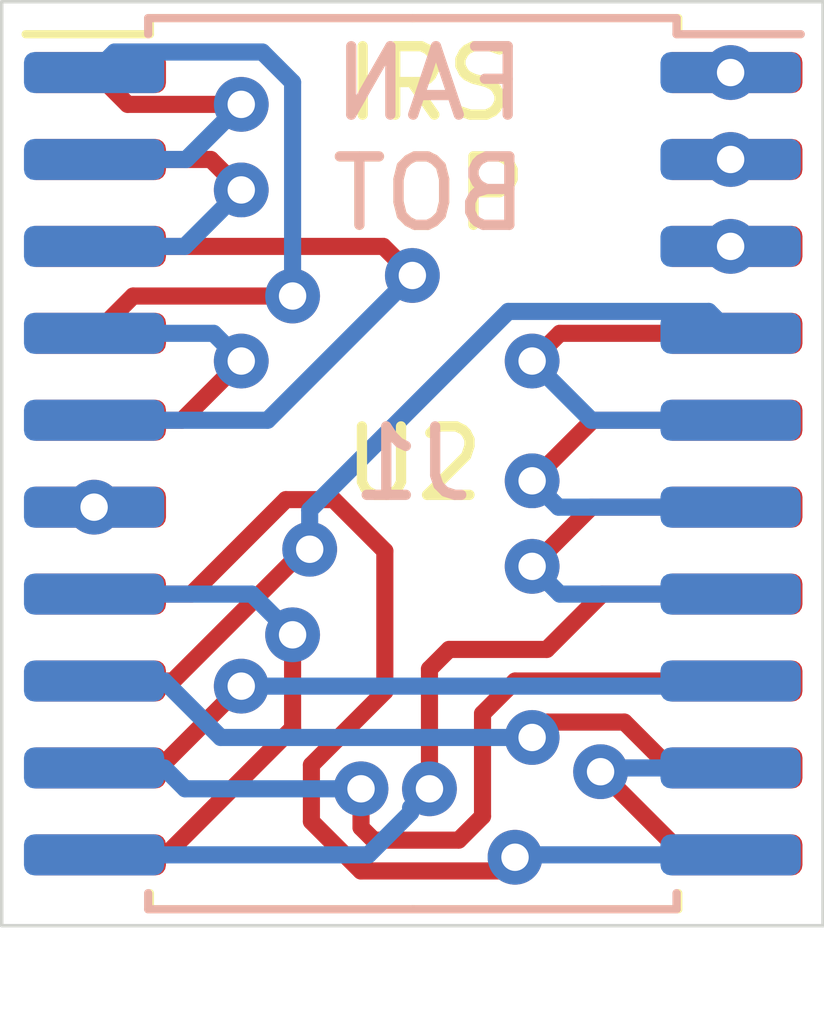
<source format=kicad_pcb>
(kicad_pcb (version 20221018) (generator pcbnew)
  (layers (0 "F.Cu" signal) (31 "B.Cu" signal) (34 "B.Paste" user) (35 "F.Paste" user) (36 "B.SilkS" user "B.Silkscreen") (37 "F.SilkS" user "F.Silkscreen") (38 "B.Mask" user) (39 "F.Mask" user) (44 "Edge.Cuts" user))
  (net 0 "")
  (net 1 "/HI1")
  (net 2 "/LI1")
  (net 3 "/HI2")
  (net 4 "/LI2")
  (net 5 "/HI3")
  (net 6 "/LI3")
  (net 7 "/LO3")
  (net 8 "/VS3")
  (net 9 "/HO3")
  (net 10 "/VB3")
  (net 11 "GND")
  (net 12 "VCC")
  (net 13 "/LO2")
  (net 14 "/VS2")
  (net 15 "/HO2")
  (net 16 "/VB2")
  (net 17 "/LO1")
  (net 18 "/VS1")
  (net 19 "/HO1")
  (net 20 "/VB1")
  (footprint "Package_SO:SOIC-20W_7.5x12.8mm_P1.27mm" (layer "F.Cu") (at 201.775001 124.5)
    (fp_text reference "U2" (at 0 0) (layer "F.SilkS"))
    (fp_text value "IRS2334S")
    (fp_line (start -3.86 -6.51) (end -3.86 -6.275) (stroke (width 0.12)) (layer "F.SilkS"))
    (fp_line (start -3.86 -6.275) (end -5.675 -6.275) (stroke (width 0.12)) (layer "F.SilkS"))
    (fp_line (start -3.86 6.51) (end -3.86 6.275) (stroke (width 0.12)) (layer "F.SilkS"))
    (fp_line (start 0 -6.51) (end -3.86 -6.51) (stroke (width 0.12)) (layer "F.SilkS"))
    (fp_line (start 0 -6.51) (end 3.86 -6.51) (stroke (width 0.12)) (layer "F.SilkS"))
    (fp_line (start 0 6.51) (end -3.86 6.51) (stroke (width 0.12)) (layer "F.SilkS"))
    (fp_line (start 0 6.51) (end 3.86 6.51) (stroke (width 0.12)) (layer "F.SilkS"))
    (fp_line (start 3.86 -6.51) (end 3.86 -6.275) (stroke (width 0.12)) (layer "F.SilkS"))
    (fp_line (start 3.86 6.51) (end 3.86 6.275) (stroke (width 0.12)) (layer "F.SilkS"))
    (pad "1" smd roundrect (at -4.65 -5.715) (size 2.05 0.6) (layers "F.Cu" "F.Paste" "F.Mask") (net 2 "/LI1"))
    (pad "2" smd roundrect (at -4.65 -4.445) (size 2.05 0.6) (layers "F.Cu" "F.Paste" "F.Mask") (net 3 "/HI2"))
    (pad "3" smd roundrect (at -4.65 -3.175) (size 2.05 0.6) (layers "F.Cu" "F.Paste" "F.Mask") (net 5 "/HI3"))
    (pad "4" smd roundrect (at -4.65 -1.905) (size 2.05 0.6) (layers "F.Cu" "F.Paste" "F.Mask") (net 1 "/HI1"))
    (pad "5" smd roundrect (at -4.65 -0.635) (size 2.05 0.6) (layers "F.Cu" "F.Paste" "F.Mask") (net 4 "/LI2"))
    (pad "6" smd roundrect (at -4.65 0.635) (size 2.05 0.6) (layers "F.Cu" "F.Paste" "F.Mask") (net 6 "/LI3"))
    (pad "7" smd roundrect (at -4.65 1.905) (size 2.05 0.6) (layers "F.Cu" "F.Paste" "F.Mask") (net 11 "GND"))
    (pad "8" smd roundrect (at -4.65 3.175) (size 2.05 0.6) (layers "F.Cu" "F.Paste" "F.Mask") (net 17 "/LO1"))
    (pad "9" smd roundrect (at -4.65 4.445) (size 2.05 0.6) (layers "F.Cu" "F.Paste" "F.Mask") (net 13 "/LO2"))
    (pad "10" smd roundrect (at -4.65 5.715) (size 2.05 0.6) (layers "F.Cu" "F.Paste" "F.Mask") (net 7 "/LO3"))
    (pad "11" smd roundrect (at 4.65 5.715) (size 2.05 0.6) (layers "F.Cu" "F.Paste" "F.Mask") (net 12 "VCC"))
    (pad "12" smd roundrect (at 4.65 4.445) (size 2.05 0.6) (layers "F.Cu" "F.Paste" "F.Mask") (net 8 "/VS3"))
    (pad "13" smd roundrect (at 4.65 3.175) (size 2.05 0.6) (layers "F.Cu" "F.Paste" "F.Mask") (net 9 "/HO3"))
    (pad "14" smd roundrect (at 4.65 1.905) (size 2.05 0.6) (layers "F.Cu" "F.Paste" "F.Mask") (net 10 "/VB3"))
    (pad "15" smd roundrect (at 4.65 0.635) (size 2.05 0.6) (layers "F.Cu" "F.Paste" "F.Mask") (net 14 "/VS2"))
    (pad "16" smd roundrect (at 4.65 -0.635) (size 2.05 0.6) (layers "F.Cu" "F.Paste" "F.Mask") (net 15 "/HO2"))
    (pad "17" smd roundrect (at 4.65 -1.905) (size 2.05 0.6) (layers "F.Cu" "F.Paste" "F.Mask") (net 16 "/VB2"))
    (pad "18" smd roundrect (at 4.65 -3.175) (size 2.05 0.6) (layers "F.Cu" "F.Paste" "F.Mask") (net 18 "/VS1"))
    (pad "19" smd roundrect (at 4.65 -4.445) (size 2.05 0.6) (layers "F.Cu" "F.Paste" "F.Mask") (net 19 "/HO1"))
    (pad "20" smd roundrect (at 4.65 -5.715) (size 2.05 0.6) (layers "F.Cu" "F.Paste" "F.Mask") (net 20 "/VB1"))
  )
  (footprint "Package_SO:SOIC-20W_7.5x12.8mm_P1.27mm" (layer "B.Cu") (at 201.75 124.5 180)
    (fp_text reference "J1" (at 0 0) (layer "B.SilkS") (effects (justify mirror)))
    (fp_text value "Conn_01x20")
    (fp_line (start -3.86 -6.51) (end -3.86 -6.275) (stroke (width 0.12)) (layer "B.SilkS"))
    (fp_line (start -3.86 6.275) (end -5.675 6.275) (stroke (width 0.12)) (layer "B.SilkS"))
    (fp_line (start -3.86 6.51) (end -3.86 6.275) (stroke (width 0.12)) (layer "B.SilkS"))
    (fp_line (start 0 -6.51) (end -3.86 -6.51) (stroke (width 0.12)) (layer "B.SilkS"))
    (fp_line (start 0 -6.51) (end 3.86 -6.51) (stroke (width 0.12)) (layer "B.SilkS"))
    (fp_line (start 0 6.51) (end -3.86 6.51) (stroke (width 0.12)) (layer "B.SilkS"))
    (fp_line (start 0 6.51) (end 3.86 6.51) (stroke (width 0.12)) (layer "B.SilkS"))
    (fp_line (start 3.86 -6.51) (end 3.86 -6.275) (stroke (width 0.12)) (layer "B.SilkS"))
    (fp_line (start 3.86 6.51) (end 3.86 6.275) (stroke (width 0.12)) (layer "B.SilkS"))
    (pad "1" smd roundrect (at -4.65 5.715 180) (size 2.05 0.6) (layers "B.Cu" "B.Paste" "B.Mask") (net 20 "/VB1"))
    (pad "2" smd roundrect (at -4.65 4.445 180) (size 2.05 0.6) (layers "B.Cu" "B.Paste" "B.Mask") (net 19 "/HO1"))
    (pad "3" smd roundrect (at -4.65 3.175 180) (size 2.05 0.6) (layers "B.Cu" "B.Paste" "B.Mask") (net 18 "/VS1"))
    (pad "4" smd roundrect (at -4.65 1.905 180) (size 2.05 0.6) (layers "B.Cu" "B.Paste" "B.Mask") (net 17 "/LO1"))
    (pad "5" smd roundrect (at -4.65 0.635 180) (size 2.05 0.6) (layers "B.Cu" "B.Paste" "B.Mask") (net 16 "/VB2"))
    (pad "6" smd roundrect (at -4.65 -0.635 180) (size 2.05 0.6) (layers "B.Cu" "B.Paste" "B.Mask") (net 15 "/HO2"))
    (pad "7" smd roundrect (at -4.65 -1.905 180) (size 2.05 0.6) (layers "B.Cu" "B.Paste" "B.Mask") (net 14 "/VS2"))
    (pad "8" smd roundrect (at -4.65 -3.175 180) (size 2.05 0.6) (layers "B.Cu" "B.Paste" "B.Mask") (net 13 "/LO2"))
    (pad "9" smd roundrect (at -4.65 -4.445 180) (size 2.05 0.6) (layers "B.Cu" "B.Paste" "B.Mask") (net 12 "VCC"))
    (pad "10" smd roundrect (at -4.65 -5.715 180) (size 2.05 0.6) (layers "B.Cu" "B.Paste" "B.Mask") (net 11 "GND"))
    (pad "11" smd roundrect (at 4.65 -5.715 180) (size 2.05 0.6) (layers "B.Cu" "B.Paste" "B.Mask") (net 10 "/VB3"))
    (pad "12" smd roundrect (at 4.65 -4.445 180) (size 2.05 0.6) (layers "B.Cu" "B.Paste" "B.Mask") (net 9 "/HO3"))
    (pad "13" smd roundrect (at 4.65 -3.175 180) (size 2.05 0.6) (layers "B.Cu" "B.Paste" "B.Mask") (net 8 "/VS3"))
    (pad "14" smd roundrect (at 4.65 -1.905 180) (size 2.05 0.6) (layers "B.Cu" "B.Paste" "B.Mask") (net 7 "/LO3"))
    (pad "15" smd roundrect (at 4.65 -0.635 180) (size 2.05 0.6) (layers "B.Cu" "B.Paste" "B.Mask") (net 6 "/LI3"))
    (pad "16" smd roundrect (at 4.65 0.635 180) (size 2.05 0.6) (layers "B.Cu" "B.Paste" "B.Mask") (net 5 "/HI3"))
    (pad "17" smd roundrect (at 4.65 1.905 180) (size 2.05 0.6) (layers "B.Cu" "B.Paste" "B.Mask") (net 4 "/LI2"))
    (pad "18" smd roundrect (at 4.65 3.175 180) (size 2.05 0.6) (layers "B.Cu" "B.Paste" "B.Mask") (net 3 "/HI2"))
    (pad "19" smd roundrect (at 4.65 4.445 180) (size 2.05 0.6) (layers "B.Cu" "B.Paste" "B.Mask") (net 2 "/LI1"))
    (pad "20" smd roundrect (at 4.65 5.715 180) (size 2.05 0.6) (layers "B.Cu" "B.Paste" "B.Mask") (net 1 "/HI1"))
  )
  (gr_line (start 195.75 117.75) (end 195.75 131.25) (stroke (width 0.05)) (layer "Edge.Cuts"))
  (gr_line (start 207.75 131.25) (end 207.75 117.75) (stroke (width 0.05)) (layer "Edge.Cuts"))
  (gr_line (start 195.75 131.25) (end 207.75 131.25) (stroke (width 0.05)) (layer "Edge.Cuts"))
  (gr_line (start 207.75 117.75) (end 195.75 117.75) (stroke (width 0.05)) (layer "Edge.Cuts"))
  (gr_text "FAN\nBOT" (at 202 119.75) (layer "B.SilkS") (effects (font (size 1 1)) (justify mirror)))
  (gr_text "IRS\nTOP" (at 202 119.75) (layer "F.SilkS") (effects (font (size 1 1))))
  (segment (start 197.670001 122.05) (end 197.125001 122.595) (width 0.25) (layer "F.Cu") (net 1))
  (segment (start 200 122.05) (end 197.670001 122.05) (width 0.25) (layer "F.Cu") (net 1))
  (via (at 200 122.05) (size 0.8) (drill 0.4) (layers "F.Cu" "B.Cu") (net 1))
  (segment (start 197.4 118.485) (end 199.558002 118.485) (width 0.25) (layer "B.Cu") (net 1))
  (segment (start 199.558002 118.485) (end 200 118.926998) (width 0.25) (layer "B.Cu") (net 1))
  (segment (start 197.1 118.785) (end 197.4 118.485) (width 0.25) (layer "B.Cu") (net 1))
  (segment (start 200 118.926998) (end 200 122.05) (width 0.25) (layer "B.Cu") (net 1))
  (segment (start 199.25 119.25) (end 197.590001 119.25) (width 0.25) (layer "F.Cu") (net 2))
  (segment (start 197.590001 119.25) (end 197.125001 118.785) (width 0.25) (layer "F.Cu") (net 2))
  (via (at 199.25 119.25) (size 0.8) (drill 0.4) (layers "F.Cu" "B.Cu") (net 2))
  (segment (start 197.1 120.055) (end 198.445 120.055) (width 0.25) (layer "B.Cu") (net 2))
  (segment (start 198.445 120.055) (end 199.25 119.25) (width 0.25) (layer "B.Cu") (net 2))
  (segment (start 198.805 120.055) (end 199.25 120.5) (width 0.25) (layer "F.Cu") (net 3))
  (segment (start 197.125001 120.055) (end 198.805 120.055) (width 0.25) (layer "F.Cu") (net 3))
  (via (at 199.25 120.5) (size 0.8) (drill 0.4) (layers "F.Cu" "B.Cu") (net 3))
  (segment (start 199.25 120.5) (end 198.425 121.325) (width 0.25) (layer "B.Cu") (net 3))
  (segment (start 198.425 121.325) (end 197.1 121.325) (width 0.25) (layer "B.Cu") (net 3))
  (segment (start 198.385 123.865) (end 197.125001 123.865) (width 0.25) (layer "F.Cu") (net 4))
  (segment (start 199.25 123) (end 198.385 123.865) (width 0.25) (layer "F.Cu") (net 4))
  (via (at 199.25 123) (size 0.8) (drill 0.4) (layers "F.Cu" "B.Cu") (net 4))
  (segment (start 197.1 122.595) (end 198.845 122.595) (width 0.25) (layer "B.Cu") (net 4))
  (segment (start 198.845 122.595) (end 199.25 123) (width 0.25) (layer "B.Cu") (net 4))
  (segment (start 201.325 121.325) (end 197.125001 121.325) (width 0.25) (layer "F.Cu") (net 5))
  (segment (start 201.75 121.75) (end 201.325 121.325) (width 0.25) (layer "F.Cu") (net 5))
  (via (at 201.75 121.75) (size 0.8) (drill 0.4) (layers "F.Cu" "B.Cu") (net 5))
  (segment (start 199.635 123.865) (end 201.75 121.75) (width 0.25) (layer "B.Cu") (net 5))
  (segment (start 197.1 123.865) (end 199.635 123.865) (width 0.25) (layer "B.Cu") (net 5))
  (segment (start 197.125001 125.135) (end 197.1 125.135) (width 0.25) (layer "F.Cu") (net 6))
  (via (at 197.1 125.135) (size 0.8) (drill 0.4) (layers "F.Cu" "B.Cu") (net 6))
  (segment (start 200 127) (end 200 128.365001) (width 0.25) (layer "F.Cu") (net 7))
  (segment (start 200 128.365001) (end 198.150001 130.215) (width 0.25) (layer "F.Cu") (net 7))
  (segment (start 198.150001 130.215) (end 197.125001 130.215) (width 0.25) (layer "F.Cu") (net 7))
  (via (at 200 127) (size 0.8) (drill 0.4) (layers "F.Cu" "B.Cu") (net 7))
  (segment (start 199.405 126.405) (end 200 127) (width 0.25) (layer "B.Cu") (net 7))
  (segment (start 197.1 126.405) (end 199.405 126.405) (width 0.25) (layer "B.Cu") (net 7))
  (segment (start 204.848001 128.274999) (end 203.725001 128.274999) (width 0.25) (layer "F.Cu") (net 8))
  (segment (start 203.725001 128.274999) (end 203.5 128.5) (width 0.25) (layer "F.Cu") (net 8))
  (segment (start 205.518002 128.945) (end 204.848001 128.274999) (width 0.25) (layer "F.Cu") (net 8))
  (segment (start 206.425001 128.945) (end 205.518002 128.945) (width 0.25) (layer "F.Cu") (net 8))
  (via (at 203.5 128.5) (size 0.8) (drill 0.4) (layers "F.Cu" "B.Cu") (net 8))
  (segment (start 198.95 128.5) (end 198.125 127.675) (width 0.25) (layer "B.Cu") (net 8))
  (segment (start 198.125 127.675) (end 197.1 127.675) (width 0.25) (layer "B.Cu") (net 8))
  (segment (start 203.5 128.5) (end 198.95 128.5) (width 0.25) (layer "B.Cu") (net 8))
  (segment (start 202.426998 130) (end 202.774999 129.651999) (width 0.25) (layer "F.Cu") (net 9))
  (segment (start 201 129.25) (end 201 129.815685) (width 0.25) (layer "F.Cu") (net 9))
  (segment (start 203.251998 127.675) (end 206.425001 127.675) (width 0.25) (layer "F.Cu") (net 9))
  (segment (start 202.774999 129.651999) (end 202.774999 128.151999) (width 0.25) (layer "F.Cu") (net 9))
  (segment (start 201.184315 130) (end 202.426998 130) (width 0.25) (layer "F.Cu") (net 9))
  (segment (start 201 129.815685) (end 201.184315 130) (width 0.25) (layer "F.Cu") (net 9))
  (segment (start 202.774999 128.151999) (end 203.251998 127.675) (width 0.25) (layer "F.Cu") (net 9))
  (via (at 201 129.25) (size 0.8) (drill 0.4) (layers "F.Cu" "B.Cu") (net 9))
  (segment (start 198.125 128.945) (end 198.43 129.25) (width 0.25) (layer "B.Cu") (net 9))
  (segment (start 197.1 128.945) (end 198.125 128.945) (width 0.25) (layer "B.Cu") (net 9))
  (segment (start 198.43 129.25) (end 201 129.25) (width 0.25) (layer "B.Cu") (net 9))
  (segment (start 202 127.5) (end 202 129.25) (width 0.25) (layer "F.Cu") (net 10))
  (segment (start 203.713499 127.213499) (end 202.286501 127.213499) (width 0.25) (layer "F.Cu") (net 10))
  (segment (start 204.521998 126.405) (end 206.425001 126.405) (width 0.25) (layer "F.Cu") (net 10))
  (segment (start 202.286501 127.213499) (end 202 127.5) (width 0.25) (layer "F.Cu") (net 10))
  (segment (start 203.713499 127.213499) (end 204.521998 126.405) (width 0.25) (layer "F.Cu") (net 10))
  (via (at 202 129.25) (size 0.8) (drill 0.4) (layers "F.Cu" "B.Cu") (net 10))
  (segment (start 201.725001 129.598001) (end 201.108002 130.215) (width 0.25) (layer "B.Cu") (net 10))
  (segment (start 201.725001 129.524999) (end 201.725001 129.598001) (width 0.25) (layer "B.Cu") (net 10))
  (segment (start 202 129.25) (end 201.725001 129.524999) (width 0.25) (layer "B.Cu") (net 10))
  (segment (start 201.108002 130.215) (end 197.1 130.215) (width 0.25) (layer "B.Cu") (net 10))
  (segment (start 200.274999 128.901999) (end 200.274999 129.727094) (width 0.25) (layer "F.Cu") (net 11))
  (segment (start 199.901999 125.024999) (end 200.598001 125.024999) (width 0.25) (layer "F.Cu") (net 11))
  (segment (start 197.125001 126.405) (end 198.521998 126.405) (width 0.25) (layer "F.Cu") (net 11))
  (segment (start 200.598001 125.024999) (end 201.348001 125.774999) (width 0.25) (layer "F.Cu") (net 11))
  (segment (start 201.348001 127.828997) (end 200.274999 128.901999) (width 0.25) (layer "F.Cu") (net 11))
  (segment (start 201.348001 125.774999) (end 201.348001 127.828997) (width 0.25) (layer "F.Cu") (net 11))
  (segment (start 200.997915 130.45001) (end 203.04999 130.45001) (width 0.25) (layer "F.Cu") (net 11))
  (segment (start 203.04999 130.45001) (end 203.25 130.25) (width 0.25) (layer "F.Cu") (net 11))
  (segment (start 198.521998 126.405) (end 199.901999 125.024999) (width 0.25) (layer "F.Cu") (net 11))
  (segment (start 200.274999 129.727094) (end 200.997915 130.45001) (width 0.25) (layer "F.Cu") (net 11))
  (via (at 203.25 130.25) (size 0.8) (drill 0.4) (layers "F.Cu" "B.Cu") (net 11))
  (segment (start 203.285 130.215) (end 203.25 130.25) (width 0.25) (layer "B.Cu") (net 11))
  (segment (start 206.4 130.215) (end 203.285 130.215) (width 0.25) (layer "B.Cu") (net 11))
  (segment (start 204.5 129) (end 205.715 130.215) (width 0.25) (layer "F.Cu") (net 12))
  (segment (start 205.715 130.215) (end 206.425001 130.215) (width 0.25) (layer "F.Cu") (net 12))
  (via (at 204.5 129) (size 0.8) (drill 0.4) (layers "F.Cu" "B.Cu") (net 12))
  (segment (start 204.555 128.945) (end 204.5 129) (width 0.25) (layer "B.Cu") (net 12))
  (segment (start 206.4 128.945) (end 204.555 128.945) (width 0.25) (layer "B.Cu") (net 12))
  (segment (start 197.125001 128.945) (end 198.055 128.945) (width 0.25) (layer "F.Cu") (net 13))
  (segment (start 198.055 128.945) (end 199.25 127.75) (width 0.25) (layer "F.Cu") (net 13))
  (via (at 199.25 127.75) (size 0.8) (drill 0.4) (layers "F.Cu" "B.Cu") (net 13))
  (segment (start 199.25 127.75) (end 206.325 127.75) (width 0.25) (layer "B.Cu") (net 13))
  (segment (start 206.325 127.75) (end 206.4 127.675) (width 0.25) (layer "B.Cu") (net 13))
  (segment (start 206.425001 125.135) (end 204.365 125.135) (width 0.25) (layer "F.Cu") (net 14))
  (segment (start 204.365 125.135) (end 203.5 126) (width 0.25) (layer "F.Cu") (net 14))
  (via (at 203.5 126) (size 0.8) (drill 0.4) (layers "F.Cu" "B.Cu") (net 14))
  (segment (start 203.905 126.405) (end 206.4 126.405) (width 0.25) (layer "B.Cu") (net 14))
  (segment (start 203.5 126) (end 203.905 126.405) (width 0.25) (layer "B.Cu") (net 14))
  (segment (start 203.5 124.75) (end 204.385 123.865) (width 0.25) (layer "F.Cu") (net 15))
  (segment (start 204.385 123.865) (end 206.425001 123.865) (width 0.25) (layer "F.Cu") (net 15))
  (via (at 203.5 124.75) (size 0.8) (drill 0.4) (layers "F.Cu" "B.Cu") (net 15))
  (segment (start 203.885 125.135) (end 203.5 124.75) (width 0.25) (layer "B.Cu") (net 15))
  (segment (start 206.4 125.135) (end 203.885 125.135) (width 0.25) (layer "B.Cu") (net 15))
  (segment (start 206.425001 122.595) (end 203.905 122.595) (width 0.25) (layer "F.Cu") (net 16))
  (segment (start 203.905 122.595) (end 203.5 123) (width 0.25) (layer "F.Cu") (net 16))
  (via (at 203.5 123) (size 0.8) (drill 0.4) (layers "F.Cu" "B.Cu") (net 16))
  (segment (start 203.5 123) (end 204.365 123.865) (width 0.25) (layer "B.Cu") (net 16))
  (segment (start 204.365 123.865) (end 206.4 123.865) (width 0.25) (layer "B.Cu") (net 16))
  (segment (start 198.251998 127.675) (end 200.176998 125.75) (width 0.25) (layer "F.Cu") (net 17))
  (segment (start 197.125001 127.675) (end 198.251998 127.675) (width 0.25) (layer "F.Cu") (net 17))
  (segment (start 200.176998 125.75) (end 200.25 125.75) (width 0.25) (layer "F.Cu") (net 17))
  (via (at 200.25 125.75) (size 0.8) (drill 0.4) (layers "F.Cu" "B.Cu") (net 17))
  (segment (start 200.25 125.176998) (end 203.151999 122.274999) (width 0.25) (layer "B.Cu") (net 17))
  (segment (start 203.151999 122.274999) (end 206.079999 122.274999) (width 0.25) (layer "B.Cu") (net 17))
  (segment (start 206.079999 122.274999) (end 206.4 122.595) (width 0.25) (layer "B.Cu") (net 17))
  (segment (start 200.25 125.75) (end 200.25 125.176998) (width 0.25) (layer "B.Cu") (net 17))
  (segment (start 206.425001 121.325) (end 206.4 121.325) (width 0.25) (layer "F.Cu") (net 18))
  (via (at 206.4 121.325) (size 0.8) (drill 0.4) (layers "F.Cu" "B.Cu") (net 18))
  (segment (start 206.425001 120.055) (end 206.4 120.055) (width 0.25) (layer "F.Cu") (net 19))
  (via (at 206.4 120.055) (size 0.8) (drill 0.4) (layers "F.Cu" "B.Cu") (net 19))
  (segment (start 206.425001 118.785) (end 206.4 118.785) (width 0.25) (layer "F.Cu") (net 20))
  (via (at 206.4 118.785) (size 0.8) (drill 0.4) (layers "F.Cu" "B.Cu") (net 20))
)
</source>
